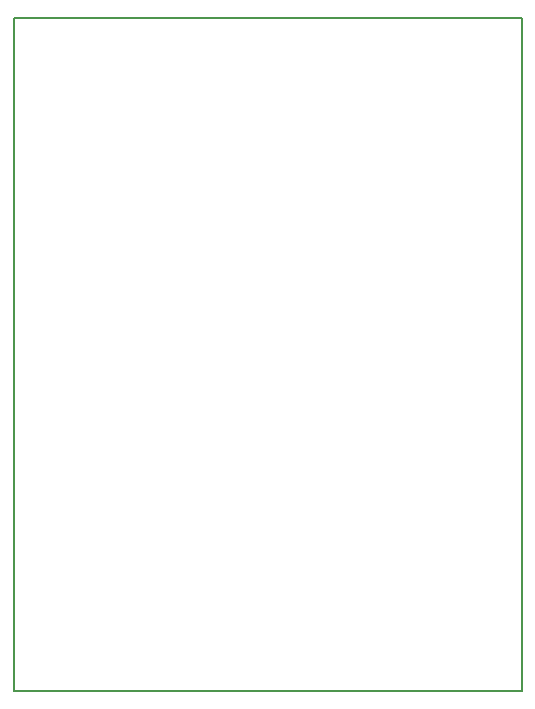
<source format=gbr>
G04 #@! TF.GenerationSoftware,KiCad,Pcbnew,5.1.5-52549c5~84~ubuntu19.10.1*
G04 #@! TF.CreationDate,2020-01-22T18:54:25-06:00*
G04 #@! TF.ProjectId,PiKwonDoHAT,50694b77-6f6e-4446-9f48-41542e6b6963,rev?*
G04 #@! TF.SameCoordinates,PX6bc3e40PY7b85d38*
G04 #@! TF.FileFunction,Profile,NP*
%FSLAX46Y46*%
G04 Gerber Fmt 4.6, Leading zero omitted, Abs format (unit mm)*
G04 Created by KiCad (PCBNEW 5.1.5-52549c5~84~ubuntu19.10.1) date 2020-01-22 18:54:25*
%MOMM*%
%LPD*%
G04 APERTURE LIST*
%ADD10C,0.150000*%
G04 APERTURE END LIST*
D10*
X0Y57023000D02*
X0Y23000D01*
X0Y57023000D02*
X-43000000Y57023000D01*
X-43000000Y23000D02*
X-43000000Y57023000D01*
X0Y23000D02*
X-43000000Y23000D01*
M02*

</source>
